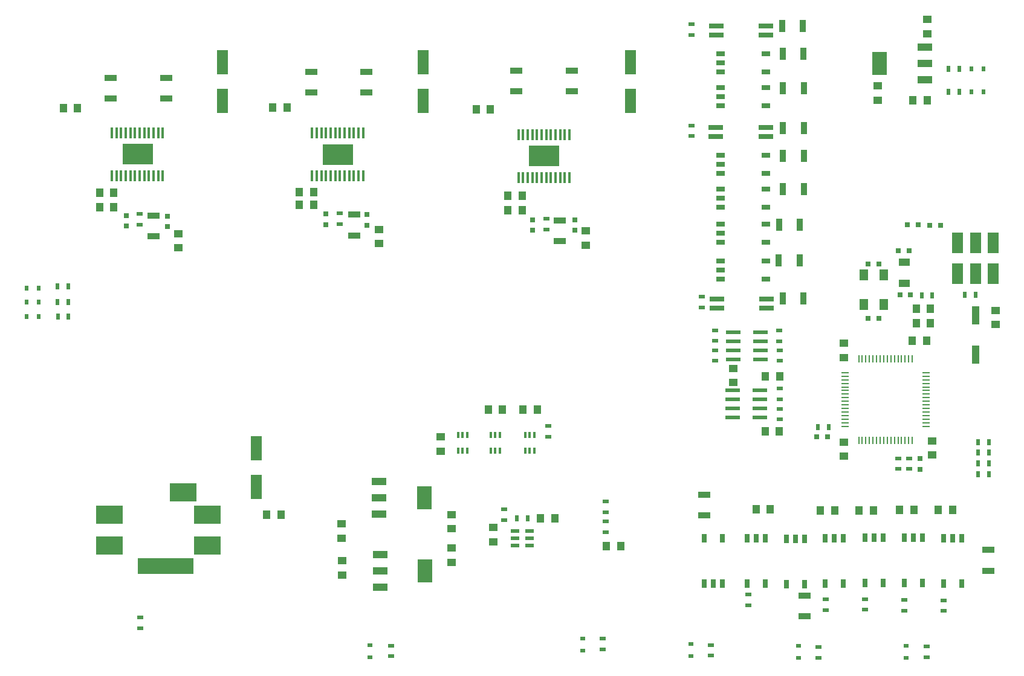
<source format=gtp>
G04 #@! TF.FileFunction,Paste,Top*
%FSLAX46Y46*%
G04 Gerber Fmt 4.6, Leading zero omitted, Abs format (unit mm)*
G04 Created by KiCad (PCBNEW 4.0.1-stable) date 2018/04/26 15:04:27*
%MOMM*%
G01*
G04 APERTURE LIST*
%ADD10C,0.150000*%
%ADD11R,2.000000X3.200000*%
%ADD12R,2.000000X1.000000*%
%ADD13R,1.200000X0.800000*%
%ADD14R,1.200000X1.500000*%
%ADD15R,0.250000X1.000000*%
%ADD16R,1.000000X0.250000*%
%ADD17R,0.900000X1.700000*%
%ADD18R,1.600000X3.500000*%
%ADD19R,3.800000X2.500000*%
%ADD20R,7.900000X2.300000*%
%ADD21R,1.000000X1.250000*%
%ADD22R,0.750000X0.800000*%
%ADD23R,1.250000X1.000000*%
%ADD24R,0.800000X0.750000*%
%ADD25R,0.600000X0.800000*%
%ADD26R,0.800000X0.600000*%
%ADD27R,0.500000X0.900000*%
%ADD28R,0.900000X0.500000*%
%ADD29R,1.700000X0.900000*%
%ADD30R,1.000000X2.500000*%
%ADD31R,1.500000X3.000000*%
%ADD32R,2.000000X0.530000*%
%ADD33R,1.200000X0.500000*%
%ADD34R,1.600000X1.000000*%
%ADD35R,0.800000X1.200000*%
%ADD36R,0.450000X1.650000*%
%ADD37R,4.320000X3.000000*%
%ADD38R,2.000000X0.800000*%
G04 APERTURE END LIST*
D10*
D11*
X253250000Y-73150000D03*
D12*
X259550000Y-73150000D03*
X259550000Y-70850000D03*
X259550000Y-75450000D03*
D13*
X237320000Y-103345000D03*
X237320000Y-100805000D03*
X230970000Y-102075000D03*
X230970000Y-100805000D03*
X230970000Y-103345000D03*
D14*
X253775000Y-106925000D03*
X253775000Y-102825000D03*
X250975000Y-102825000D03*
X250975000Y-106925000D03*
D15*
X257800000Y-114550000D03*
X257300000Y-114550000D03*
X256800000Y-114550000D03*
X256300000Y-114550000D03*
X255800000Y-114550000D03*
X255300000Y-114550000D03*
X254800000Y-114550000D03*
X254300000Y-114550000D03*
X253800000Y-114550000D03*
X253300000Y-114550000D03*
X252800000Y-114550000D03*
X252300000Y-114550000D03*
X251800000Y-114550000D03*
X251300000Y-114550000D03*
X250800000Y-114550000D03*
X250300000Y-114550000D03*
D16*
X248350000Y-116500000D03*
X248350000Y-117000000D03*
X248350000Y-117500000D03*
X248350000Y-118000000D03*
X248350000Y-118500000D03*
X248350000Y-119000000D03*
X248350000Y-119500000D03*
X248350000Y-120000000D03*
X248350000Y-120500000D03*
X248350000Y-121000000D03*
X248350000Y-121500000D03*
X248350000Y-122000000D03*
X248350000Y-122500000D03*
X248350000Y-123000000D03*
X248350000Y-123500000D03*
X248350000Y-124000000D03*
D15*
X250300000Y-125950000D03*
X250800000Y-125950000D03*
X251300000Y-125950000D03*
X251800000Y-125950000D03*
X252300000Y-125950000D03*
X252800000Y-125950000D03*
X253300000Y-125950000D03*
X253800000Y-125950000D03*
X254300000Y-125950000D03*
X254800000Y-125950000D03*
X255300000Y-125950000D03*
X255800000Y-125950000D03*
X256300000Y-125950000D03*
X256800000Y-125950000D03*
X257300000Y-125950000D03*
X257800000Y-125950000D03*
D16*
X259750000Y-124000000D03*
X259750000Y-123500000D03*
X259750000Y-123000000D03*
X259750000Y-122500000D03*
X259750000Y-122000000D03*
X259750000Y-121500000D03*
X259750000Y-121000000D03*
X259750000Y-120500000D03*
X259750000Y-120000000D03*
X259750000Y-119500000D03*
X259750000Y-119000000D03*
X259750000Y-118500000D03*
X259750000Y-118000000D03*
X259750000Y-117500000D03*
X259750000Y-117000000D03*
X259750000Y-116500000D03*
D17*
X239600000Y-67875000D03*
X242500000Y-67875000D03*
D13*
X237330000Y-79075000D03*
X237330000Y-76535000D03*
X230980000Y-77805000D03*
X230980000Y-76535000D03*
X230980000Y-79075000D03*
D11*
X189430000Y-134030000D03*
D12*
X183130000Y-134030000D03*
X183130000Y-136330000D03*
X183130000Y-131730000D03*
D18*
X165950000Y-132500000D03*
X165950000Y-127100000D03*
D19*
X155650000Y-133300000D03*
X159050000Y-136400000D03*
X159050000Y-140700000D03*
D20*
X153200000Y-143600000D03*
D19*
X145350000Y-136400000D03*
X145350000Y-140700000D03*
D18*
X218300000Y-78400000D03*
X218300000Y-73000000D03*
D21*
X235900000Y-135650000D03*
X237900000Y-135650000D03*
D22*
X147700000Y-95950000D03*
X147700000Y-94450000D03*
D21*
X138900000Y-79400000D03*
X140900000Y-79400000D03*
D18*
X161200000Y-78400000D03*
X161200000Y-73000000D03*
D21*
X145978000Y-93288000D03*
X143978000Y-93288000D03*
D22*
X153500000Y-96050000D03*
X153500000Y-94550000D03*
D21*
X143978000Y-91256000D03*
X145978000Y-91256000D03*
D23*
X155000000Y-97000000D03*
X155000000Y-99000000D03*
X177950000Y-144850000D03*
X177950000Y-142850000D03*
X259900000Y-69000000D03*
X259900000Y-67000000D03*
X193240000Y-138390000D03*
X193240000Y-136390000D03*
X252950000Y-76300000D03*
X252950000Y-78300000D03*
X177900000Y-137700000D03*
X177900000Y-139700000D03*
X193230000Y-143070000D03*
X193230000Y-141070000D03*
D24*
X244450000Y-125450000D03*
X245950000Y-125450000D03*
D22*
X258850000Y-130050000D03*
X258850000Y-128550000D03*
D24*
X251625000Y-108925000D03*
X253125000Y-108925000D03*
D23*
X269450000Y-107750000D03*
X269450000Y-109750000D03*
D24*
X253125000Y-101225000D03*
X251625000Y-101225000D03*
D21*
X260350000Y-107550000D03*
X258350000Y-107550000D03*
D24*
X256050000Y-105580000D03*
X257550000Y-105580000D03*
D21*
X260350000Y-109600000D03*
X258350000Y-109600000D03*
D23*
X248250000Y-114350000D03*
X248250000Y-112350000D03*
D21*
X237250000Y-117000000D03*
X239250000Y-117000000D03*
D23*
X260550000Y-126050000D03*
X260550000Y-128050000D03*
D24*
X255850000Y-99430000D03*
X257350000Y-99430000D03*
D23*
X248250000Y-126200000D03*
X248250000Y-128200000D03*
D21*
X257800000Y-112050000D03*
X259800000Y-112050000D03*
X167400000Y-136400000D03*
X169400000Y-136400000D03*
X203300000Y-121700000D03*
X205300000Y-121700000D03*
X258000000Y-135750000D03*
X256000000Y-135750000D03*
X263450000Y-135750000D03*
X261450000Y-135750000D03*
D23*
X232700000Y-117900000D03*
X232700000Y-115900000D03*
D21*
X246950000Y-135800000D03*
X244950000Y-135800000D03*
X198400000Y-121700000D03*
X200400000Y-121700000D03*
X237200000Y-124750000D03*
X239200000Y-124750000D03*
X216950000Y-140800000D03*
X214950000Y-140800000D03*
D22*
X175700000Y-95750000D03*
X175700000Y-94250000D03*
D23*
X199136000Y-138192000D03*
X199136000Y-140192000D03*
D22*
X204600000Y-96550000D03*
X204600000Y-95050000D03*
D21*
X168200000Y-79300000D03*
X170200000Y-79300000D03*
X196700000Y-79600000D03*
X198700000Y-79600000D03*
D18*
X189300000Y-78400000D03*
X189300000Y-73000000D03*
D21*
X207756000Y-136906000D03*
X205756000Y-136906000D03*
X173946000Y-92942000D03*
X171946000Y-92942000D03*
X203162000Y-93696000D03*
X201162000Y-93696000D03*
D22*
X181400000Y-95850000D03*
X181400000Y-94350000D03*
X210500000Y-96550000D03*
X210500000Y-95050000D03*
D21*
X171946000Y-91164000D03*
X173946000Y-91164000D03*
X201162000Y-91664000D03*
X203162000Y-91664000D03*
D23*
X183100000Y-96400000D03*
X183100000Y-98400000D03*
X212100000Y-96600000D03*
X212100000Y-98600000D03*
D21*
X252350000Y-135800000D03*
X250350000Y-135800000D03*
D25*
X267800000Y-73950000D03*
X266100000Y-73950000D03*
X133740000Y-106620000D03*
X135440000Y-106620000D03*
X133740000Y-104620000D03*
X135440000Y-104620000D03*
X133740000Y-108620000D03*
X135440000Y-108620000D03*
D26*
X241900000Y-154750000D03*
X241900000Y-156450000D03*
X256900000Y-154750000D03*
X256900000Y-156450000D03*
X211600000Y-153750000D03*
X211600000Y-155450000D03*
X226800000Y-154550000D03*
X226800000Y-156250000D03*
X181800000Y-154650000D03*
X181800000Y-156350000D03*
D27*
X259100000Y-105700000D03*
X260600000Y-105700000D03*
X246100000Y-124150000D03*
X244600000Y-124150000D03*
D28*
X244700000Y-156450000D03*
X244700000Y-154950000D03*
X259800000Y-156350000D03*
X259800000Y-154850000D03*
X214400000Y-153750000D03*
X214400000Y-155250000D03*
D29*
X228700000Y-136500000D03*
X228700000Y-133600000D03*
D28*
X229600000Y-154650000D03*
X229600000Y-156150000D03*
X184800000Y-154750000D03*
X184800000Y-156250000D03*
D27*
X268500000Y-130720000D03*
X267000000Y-130720000D03*
X268500000Y-129220000D03*
X267000000Y-129220000D03*
X268500000Y-127720000D03*
X267000000Y-127720000D03*
X268500000Y-126220000D03*
X267000000Y-126220000D03*
D28*
X257350000Y-130000000D03*
X257350000Y-128500000D03*
X255800000Y-130000000D03*
X255800000Y-128500000D03*
D27*
X138090000Y-106620000D03*
X139590000Y-106620000D03*
X139590000Y-104370000D03*
X138090000Y-104370000D03*
D28*
X149700000Y-150800000D03*
X149700000Y-152300000D03*
D27*
X266650000Y-105600000D03*
X265150000Y-105600000D03*
D28*
X239250000Y-114850000D03*
X239250000Y-113350000D03*
X239200000Y-110600000D03*
X239200000Y-112100000D03*
X149600000Y-95750000D03*
X149600000Y-94250000D03*
X228300000Y-105850000D03*
X228300000Y-107350000D03*
D29*
X145550000Y-78050000D03*
X145550000Y-75150000D03*
D28*
X206800000Y-123950000D03*
X206800000Y-125450000D03*
D29*
X153300000Y-78050000D03*
X153300000Y-75150000D03*
X268450000Y-141350000D03*
X268450000Y-144250000D03*
X242700000Y-150650000D03*
X242700000Y-147750000D03*
D28*
X239250000Y-123050000D03*
X239250000Y-121550000D03*
X239250000Y-118700000D03*
X239250000Y-120200000D03*
D17*
X239700000Y-90775000D03*
X242600000Y-90775000D03*
X239700000Y-86075000D03*
X242600000Y-86075000D03*
X239700000Y-82175000D03*
X242600000Y-82175000D03*
X239700000Y-76600000D03*
X242600000Y-76600000D03*
X239650000Y-71800000D03*
X242550000Y-71800000D03*
D28*
X214900000Y-134550000D03*
X214900000Y-136050000D03*
X214900000Y-138850000D03*
X214900000Y-137350000D03*
D27*
X202450000Y-136906000D03*
X203950000Y-136906000D03*
D28*
X226900000Y-81850000D03*
X226900000Y-83350000D03*
X177600000Y-95650000D03*
X177600000Y-94150000D03*
X226900000Y-67650000D03*
X226900000Y-69150000D03*
X206600000Y-96450000D03*
X206600000Y-94950000D03*
D29*
X179600000Y-94350000D03*
X179600000Y-97250000D03*
X208400000Y-95150000D03*
X208400000Y-98050000D03*
X173600000Y-77250000D03*
X173600000Y-74350000D03*
X202300000Y-77050000D03*
X202300000Y-74150000D03*
X181300000Y-77250000D03*
X181300000Y-74350000D03*
X210100000Y-77050000D03*
X210100000Y-74150000D03*
D30*
X266700000Y-108450000D03*
X266700000Y-113950000D03*
D31*
X269150000Y-102600000D03*
X266650000Y-102600000D03*
X264150000Y-102600000D03*
X264150000Y-98300000D03*
X266650000Y-98300000D03*
X269150000Y-98300000D03*
D32*
X236460000Y-122810000D03*
X236460000Y-121540000D03*
X236460000Y-120270000D03*
X236460000Y-119000000D03*
X232650000Y-119000000D03*
X232650000Y-120270000D03*
X232650000Y-121540000D03*
X232650000Y-122810000D03*
D33*
X202168000Y-139684000D03*
X202168000Y-138684000D03*
X202168000Y-140684000D03*
X204168000Y-140684000D03*
X204168000Y-139684000D03*
X204168000Y-138684000D03*
D24*
X260250000Y-95850000D03*
X261750000Y-95850000D03*
X258600000Y-95800000D03*
X257100000Y-95800000D03*
D34*
X256700000Y-103980000D03*
X256700000Y-100980000D03*
D32*
X236510000Y-114635000D03*
X236510000Y-113365000D03*
X236510000Y-112095000D03*
X236510000Y-110825000D03*
X232700000Y-110825000D03*
X232700000Y-112095000D03*
X232700000Y-113365000D03*
X232700000Y-114635000D03*
D35*
X231220000Y-139730000D03*
X228680000Y-139730000D03*
X229950000Y-146080000D03*
X228680000Y-146080000D03*
X231220000Y-146080000D03*
D13*
X237330000Y-93325000D03*
X237330000Y-90785000D03*
X230980000Y-92055000D03*
X230980000Y-90785000D03*
X230980000Y-93325000D03*
X237330000Y-88575000D03*
X237330000Y-86035000D03*
X230980000Y-87305000D03*
X230980000Y-86035000D03*
X230980000Y-88575000D03*
X237330000Y-74325000D03*
X237330000Y-71785000D03*
X230980000Y-73055000D03*
X230980000Y-71785000D03*
X230980000Y-74325000D03*
D35*
X234680000Y-146070000D03*
X237220000Y-146070000D03*
X235950000Y-139720000D03*
X237220000Y-139720000D03*
X234680000Y-139720000D03*
D36*
X173740000Y-88920000D03*
X174390000Y-88920000D03*
X175040000Y-88920000D03*
X175690000Y-88920000D03*
X176340000Y-88920000D03*
X176990000Y-88920000D03*
X177640000Y-88920000D03*
X178290000Y-88920000D03*
X178940000Y-88920000D03*
X179590000Y-88920000D03*
X180240000Y-88920000D03*
X180890000Y-88920000D03*
X180890000Y-82920000D03*
X180240000Y-82920000D03*
X179590000Y-82920000D03*
X178940000Y-82920000D03*
X178290000Y-82920000D03*
X177640000Y-82920000D03*
X176990000Y-82920000D03*
X176340000Y-82920000D03*
X175690000Y-82920000D03*
X175040000Y-82920000D03*
X174390000Y-82920000D03*
X173740000Y-82920000D03*
D37*
X177340000Y-85920000D03*
D36*
X202640000Y-89120000D03*
X203290000Y-89120000D03*
X203940000Y-89120000D03*
X204590000Y-89120000D03*
X205240000Y-89120000D03*
X205890000Y-89120000D03*
X206540000Y-89120000D03*
X207190000Y-89120000D03*
X207840000Y-89120000D03*
X208490000Y-89120000D03*
X209140000Y-89120000D03*
X209790000Y-89120000D03*
X209790000Y-83120000D03*
X209140000Y-83120000D03*
X208490000Y-83120000D03*
X207840000Y-83120000D03*
X207190000Y-83120000D03*
X206540000Y-83120000D03*
X205890000Y-83120000D03*
X205240000Y-83120000D03*
X204590000Y-83120000D03*
X203940000Y-83120000D03*
X203290000Y-83120000D03*
X202640000Y-83120000D03*
D37*
X206240000Y-86120000D03*
D36*
X145690000Y-88870000D03*
X146340000Y-88870000D03*
X146990000Y-88870000D03*
X147640000Y-88870000D03*
X148290000Y-88870000D03*
X148940000Y-88870000D03*
X149590000Y-88870000D03*
X150240000Y-88870000D03*
X150890000Y-88870000D03*
X151540000Y-88870000D03*
X152190000Y-88870000D03*
X152840000Y-88870000D03*
X152840000Y-82870000D03*
X152190000Y-82870000D03*
X151540000Y-82870000D03*
X150890000Y-82870000D03*
X150240000Y-82870000D03*
X149590000Y-82870000D03*
X148940000Y-82870000D03*
X148290000Y-82870000D03*
X147640000Y-82870000D03*
X146990000Y-82870000D03*
X146340000Y-82870000D03*
X145690000Y-82870000D03*
D37*
X149290000Y-85870000D03*
D29*
X151500000Y-94450000D03*
X151500000Y-97350000D03*
D11*
X189570000Y-144250000D03*
D12*
X183270000Y-144250000D03*
X183270000Y-146550000D03*
X183270000Y-141950000D03*
D25*
X267750000Y-77150000D03*
X266050000Y-77150000D03*
D27*
X264350000Y-77150000D03*
X262850000Y-77150000D03*
D35*
X256705000Y-145970000D03*
X259245000Y-145970000D03*
X257975000Y-139620000D03*
X259245000Y-139620000D03*
X256705000Y-139620000D03*
X262155000Y-146020000D03*
X264695000Y-146020000D03*
X263425000Y-139670000D03*
X264695000Y-139670000D03*
X262155000Y-139670000D03*
X245630000Y-146095000D03*
X248170000Y-146095000D03*
X246900000Y-139745000D03*
X248170000Y-139745000D03*
X245630000Y-139745000D03*
X251155000Y-145995000D03*
X253695000Y-145995000D03*
X252425000Y-139645000D03*
X253695000Y-139645000D03*
X251155000Y-139645000D03*
X240155000Y-146145000D03*
X242695000Y-146145000D03*
X241425000Y-139795000D03*
X242695000Y-139795000D03*
X240155000Y-139795000D03*
D27*
X264350000Y-73950000D03*
X262850000Y-73950000D03*
X138115000Y-108620000D03*
X139615000Y-108620000D03*
D28*
X200660000Y-137148000D03*
X200660000Y-135648000D03*
X234800000Y-149100000D03*
X234800000Y-147600000D03*
X251175000Y-149725000D03*
X251175000Y-148225000D03*
X245700000Y-149775000D03*
X245700000Y-148275000D03*
X262200000Y-149900000D03*
X262200000Y-148400000D03*
X256700000Y-149850000D03*
X256700000Y-148350000D03*
X230200000Y-110550000D03*
X230200000Y-112050000D03*
X230200000Y-114850000D03*
X230200000Y-113350000D03*
D10*
G36*
X203391000Y-125647000D02*
X203391000Y-124797000D01*
X203741000Y-124797000D01*
X203741000Y-125647000D01*
X203391000Y-125647000D01*
X203391000Y-125647000D01*
G37*
G36*
X204041000Y-125647000D02*
X204041000Y-124797000D01*
X204391000Y-124797000D01*
X204391000Y-125647000D01*
X204041000Y-125647000D01*
X204041000Y-125647000D01*
G37*
G36*
X204691000Y-125647000D02*
X204691000Y-124797000D01*
X205041000Y-124797000D01*
X205041000Y-125647000D01*
X204691000Y-125647000D01*
X204691000Y-125647000D01*
G37*
G36*
X204691000Y-127847000D02*
X204691000Y-126997000D01*
X205041000Y-126997000D01*
X205041000Y-127847000D01*
X204691000Y-127847000D01*
X204691000Y-127847000D01*
G37*
G36*
X204041000Y-127847000D02*
X204041000Y-126997000D01*
X204391000Y-126997000D01*
X204391000Y-127847000D01*
X204041000Y-127847000D01*
X204041000Y-127847000D01*
G37*
G36*
X203391000Y-127847000D02*
X203391000Y-126997000D01*
X203741000Y-126997000D01*
X203741000Y-127847000D01*
X203391000Y-127847000D01*
X203391000Y-127847000D01*
G37*
G36*
X198565000Y-125647000D02*
X198565000Y-124797000D01*
X198915000Y-124797000D01*
X198915000Y-125647000D01*
X198565000Y-125647000D01*
X198565000Y-125647000D01*
G37*
G36*
X199215000Y-125647000D02*
X199215000Y-124797000D01*
X199565000Y-124797000D01*
X199565000Y-125647000D01*
X199215000Y-125647000D01*
X199215000Y-125647000D01*
G37*
G36*
X199865000Y-125647000D02*
X199865000Y-124797000D01*
X200215000Y-124797000D01*
X200215000Y-125647000D01*
X199865000Y-125647000D01*
X199865000Y-125647000D01*
G37*
G36*
X199865000Y-127847000D02*
X199865000Y-126997000D01*
X200215000Y-126997000D01*
X200215000Y-127847000D01*
X199865000Y-127847000D01*
X199865000Y-127847000D01*
G37*
G36*
X199215000Y-127847000D02*
X199215000Y-126997000D01*
X199565000Y-126997000D01*
X199565000Y-127847000D01*
X199215000Y-127847000D01*
X199215000Y-127847000D01*
G37*
G36*
X198565000Y-127847000D02*
X198565000Y-126997000D01*
X198915000Y-126997000D01*
X198915000Y-127847000D01*
X198565000Y-127847000D01*
X198565000Y-127847000D01*
G37*
D23*
X191770000Y-127492000D03*
X191770000Y-125492000D03*
D17*
X239150000Y-95750000D03*
X242050000Y-95750000D03*
X239100000Y-100750000D03*
X242000000Y-100750000D03*
X239650000Y-106100000D03*
X242550000Y-106100000D03*
D10*
G36*
X193993000Y-125647000D02*
X193993000Y-124797000D01*
X194343000Y-124797000D01*
X194343000Y-125647000D01*
X193993000Y-125647000D01*
X193993000Y-125647000D01*
G37*
G36*
X194643000Y-125647000D02*
X194643000Y-124797000D01*
X194993000Y-124797000D01*
X194993000Y-125647000D01*
X194643000Y-125647000D01*
X194643000Y-125647000D01*
G37*
G36*
X195293000Y-125647000D02*
X195293000Y-124797000D01*
X195643000Y-124797000D01*
X195643000Y-125647000D01*
X195293000Y-125647000D01*
X195293000Y-125647000D01*
G37*
G36*
X195293000Y-127847000D02*
X195293000Y-126997000D01*
X195643000Y-126997000D01*
X195643000Y-127847000D01*
X195293000Y-127847000D01*
X195293000Y-127847000D01*
G37*
G36*
X194643000Y-127847000D02*
X194643000Y-126997000D01*
X194993000Y-126997000D01*
X194993000Y-127847000D01*
X194643000Y-127847000D01*
X194643000Y-127847000D01*
G37*
G36*
X193993000Y-127847000D02*
X193993000Y-126997000D01*
X194343000Y-126997000D01*
X194343000Y-127847000D01*
X193993000Y-127847000D01*
X193993000Y-127847000D01*
G37*
D13*
X237320000Y-98245000D03*
X237320000Y-95705000D03*
X230970000Y-96975000D03*
X230970000Y-95705000D03*
X230970000Y-98245000D03*
D21*
X259900000Y-78350000D03*
X257900000Y-78350000D03*
D38*
X237300000Y-82145000D03*
X230300000Y-82145000D03*
X237300000Y-83415000D03*
X230300000Y-83415000D03*
X237325000Y-67870000D03*
X230325000Y-67870000D03*
X237325000Y-69140000D03*
X230325000Y-69140000D03*
X237400000Y-106145000D03*
X230400000Y-106145000D03*
X237400000Y-107415000D03*
X230400000Y-107415000D03*
M02*

</source>
